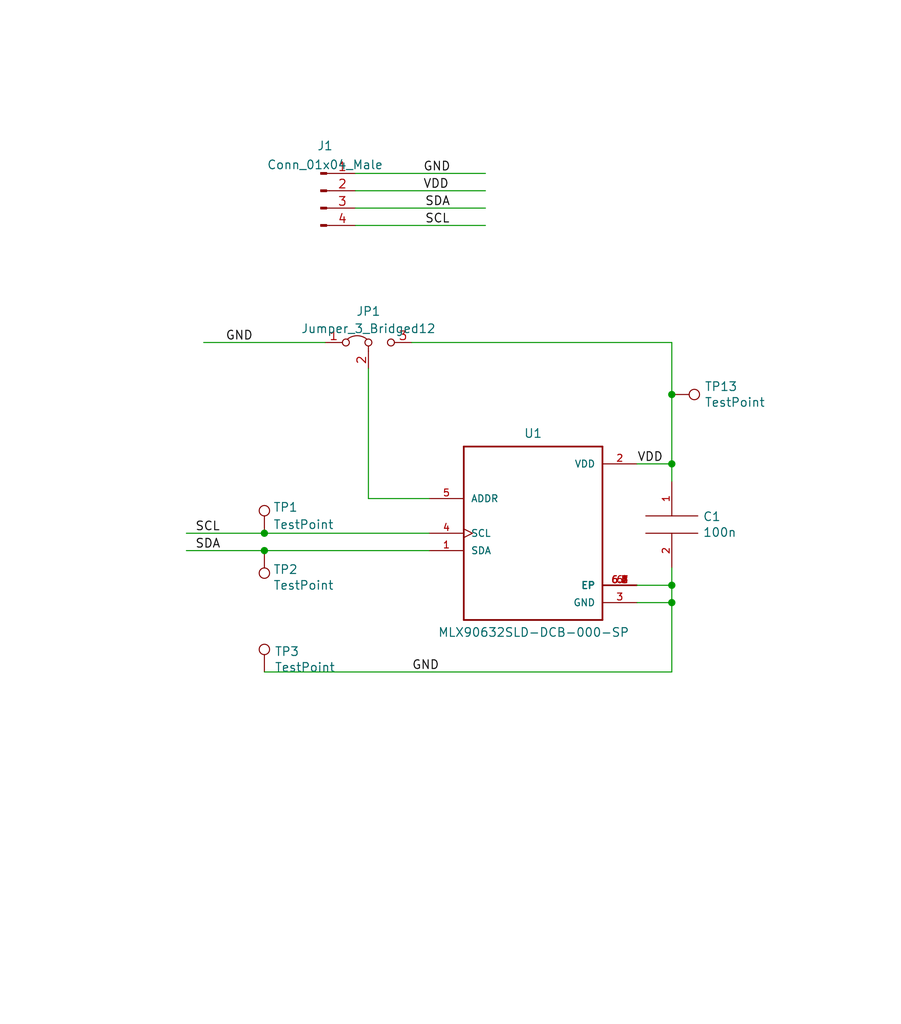
<source format=kicad_sch>
(kicad_sch (version 20211123) (generator eeschema)

  (uuid f144a97d-c3f0-423f-b0a9-3f7dbc42478b)

  (paper "User" 132.004 150.012)

  (title_block
    (title "mlx90632-breakout")
    (date "2023-01-16")
    (rev "1.2")
    (company "Melexis Inc")
  )

  (lib_symbols
    (symbol "Connector:Conn_01x04_Male" (pin_names (offset 1.016) hide) (in_bom yes) (on_board yes)
      (property "Reference" "J" (id 0) (at 0 5.08 0)
        (effects (font (size 1.27 1.27)))
      )
      (property "Value" "Conn_01x04_Male" (id 1) (at 0 -7.62 0)
        (effects (font (size 1.27 1.27)))
      )
      (property "Footprint" "" (id 2) (at 0 0 0)
        (effects (font (size 1.27 1.27)) hide)
      )
      (property "Datasheet" "~" (id 3) (at 0 0 0)
        (effects (font (size 1.27 1.27)) hide)
      )
      (property "ki_keywords" "connector" (id 4) (at 0 0 0)
        (effects (font (size 1.27 1.27)) hide)
      )
      (property "ki_description" "Generic connector, single row, 01x04, script generated (kicad-library-utils/schlib/autogen/connector/)" (id 5) (at 0 0 0)
        (effects (font (size 1.27 1.27)) hide)
      )
      (property "ki_fp_filters" "Connector*:*_1x??_*" (id 6) (at 0 0 0)
        (effects (font (size 1.27 1.27)) hide)
      )
      (symbol "Conn_01x04_Male_1_1"
        (polyline
          (pts
            (xy 1.27 -5.08)
            (xy 0.8636 -5.08)
          )
          (stroke (width 0.1524) (type default) (color 0 0 0 0))
          (fill (type none))
        )
        (polyline
          (pts
            (xy 1.27 -2.54)
            (xy 0.8636 -2.54)
          )
          (stroke (width 0.1524) (type default) (color 0 0 0 0))
          (fill (type none))
        )
        (polyline
          (pts
            (xy 1.27 0)
            (xy 0.8636 0)
          )
          (stroke (width 0.1524) (type default) (color 0 0 0 0))
          (fill (type none))
        )
        (polyline
          (pts
            (xy 1.27 2.54)
            (xy 0.8636 2.54)
          )
          (stroke (width 0.1524) (type default) (color 0 0 0 0))
          (fill (type none))
        )
        (rectangle (start 0.8636 -4.953) (end 0 -5.207)
          (stroke (width 0.1524) (type default) (color 0 0 0 0))
          (fill (type outline))
        )
        (rectangle (start 0.8636 -2.413) (end 0 -2.667)
          (stroke (width 0.1524) (type default) (color 0 0 0 0))
          (fill (type outline))
        )
        (rectangle (start 0.8636 0.127) (end 0 -0.127)
          (stroke (width 0.1524) (type default) (color 0 0 0 0))
          (fill (type outline))
        )
        (rectangle (start 0.8636 2.667) (end 0 2.413)
          (stroke (width 0.1524) (type default) (color 0 0 0 0))
          (fill (type outline))
        )
        (pin passive line (at 5.08 2.54 180) (length 3.81)
          (name "Pin_1" (effects (font (size 1.27 1.27))))
          (number "1" (effects (font (size 1.27 1.27))))
        )
        (pin passive line (at 5.08 0 180) (length 3.81)
          (name "Pin_2" (effects (font (size 1.27 1.27))))
          (number "2" (effects (font (size 1.27 1.27))))
        )
        (pin passive line (at 5.08 -2.54 180) (length 3.81)
          (name "Pin_3" (effects (font (size 1.27 1.27))))
          (number "3" (effects (font (size 1.27 1.27))))
        )
        (pin passive line (at 5.08 -5.08 180) (length 3.81)
          (name "Pin_4" (effects (font (size 1.27 1.27))))
          (number "4" (effects (font (size 1.27 1.27))))
        )
      )
    )
    (symbol "Connector:TestPoint" (pin_numbers hide) (pin_names (offset 0.762) hide) (in_bom yes) (on_board yes)
      (property "Reference" "TP" (id 0) (at 0 6.858 0)
        (effects (font (size 1.27 1.27)))
      )
      (property "Value" "TestPoint" (id 1) (at 0 5.08 0)
        (effects (font (size 1.27 1.27)))
      )
      (property "Footprint" "" (id 2) (at 5.08 0 0)
        (effects (font (size 1.27 1.27)) hide)
      )
      (property "Datasheet" "~" (id 3) (at 5.08 0 0)
        (effects (font (size 1.27 1.27)) hide)
      )
      (property "ki_keywords" "test point tp" (id 4) (at 0 0 0)
        (effects (font (size 1.27 1.27)) hide)
      )
      (property "ki_description" "test point" (id 5) (at 0 0 0)
        (effects (font (size 1.27 1.27)) hide)
      )
      (property "ki_fp_filters" "Pin* Test*" (id 6) (at 0 0 0)
        (effects (font (size 1.27 1.27)) hide)
      )
      (symbol "TestPoint_0_1"
        (circle (center 0 3.302) (radius 0.762)
          (stroke (width 0) (type default) (color 0 0 0 0))
          (fill (type none))
        )
      )
      (symbol "TestPoint_1_1"
        (pin passive line (at 0 0 90) (length 2.54)
          (name "1" (effects (font (size 1.27 1.27))))
          (number "1" (effects (font (size 1.27 1.27))))
        )
      )
    )
    (symbol "Jumper:Jumper_3_Bridged12" (pin_names (offset 0) hide) (in_bom yes) (on_board yes)
      (property "Reference" "JP" (id 0) (at -2.54 -2.54 0)
        (effects (font (size 1.27 1.27)))
      )
      (property "Value" "Jumper_3_Bridged12" (id 1) (at 0 2.794 0)
        (effects (font (size 1.27 1.27)))
      )
      (property "Footprint" "" (id 2) (at 0 0 0)
        (effects (font (size 1.27 1.27)) hide)
      )
      (property "Datasheet" "~" (id 3) (at 0 0 0)
        (effects (font (size 1.27 1.27)) hide)
      )
      (property "ki_keywords" "Jumper SPDT" (id 4) (at 0 0 0)
        (effects (font (size 1.27 1.27)) hide)
      )
      (property "ki_description" "Jumper, 3-pole, pins 1+2 closed/bridged" (id 5) (at 0 0 0)
        (effects (font (size 1.27 1.27)) hide)
      )
      (property "ki_fp_filters" "Jumper* TestPoint*3Pads* TestPoint*Bridge*" (id 6) (at 0 0 0)
        (effects (font (size 1.27 1.27)) hide)
      )
      (symbol "Jumper_3_Bridged12_0_0"
        (circle (center -3.302 0) (radius 0.508)
          (stroke (width 0) (type default) (color 0 0 0 0))
          (fill (type none))
        )
        (circle (center 0 0) (radius 0.508)
          (stroke (width 0) (type default) (color 0 0 0 0))
          (fill (type none))
        )
        (circle (center 3.302 0) (radius 0.508)
          (stroke (width 0) (type default) (color 0 0 0 0))
          (fill (type none))
        )
      )
      (symbol "Jumper_3_Bridged12_0_1"
        (arc (start -0.254 0.508) (mid -1.651 0.9912) (end -3.048 0.508)
          (stroke (width 0) (type default) (color 0 0 0 0))
          (fill (type none))
        )
        (polyline
          (pts
            (xy 0 -1.27)
            (xy 0 -0.508)
          )
          (stroke (width 0) (type default) (color 0 0 0 0))
          (fill (type none))
        )
      )
      (symbol "Jumper_3_Bridged12_1_1"
        (pin passive line (at -6.35 0 0) (length 2.54)
          (name "A" (effects (font (size 1.27 1.27))))
          (number "1" (effects (font (size 1.27 1.27))))
        )
        (pin passive line (at 0 -3.81 90) (length 2.54)
          (name "C" (effects (font (size 1.27 1.27))))
          (number "2" (effects (font (size 1.27 1.27))))
        )
        (pin passive line (at 6.35 0 180) (length 2.54)
          (name "B" (effects (font (size 1.27 1.27))))
          (number "3" (effects (font (size 1.27 1.27))))
        )
      )
    )
    (symbol "melexis-temperature:MLX90632" (pin_names (offset 1.016)) (in_bom yes) (on_board yes)
      (property "Reference" "U1" (id 0) (at 0 14.6304 0)
        (effects (font (size 1.27 1.27)))
      )
      (property "Value" "MLX90632SLD-DCB-000-SP" (id 1) (at -13.97 -15.24 0)
        (effects (font (size 1.27 1.27)) (justify left bottom))
      )
      (property "Footprint" "melexis-temperature:mlx90632-no-via-large" (id 2) (at -10.16 -20.32 0)
        (effects (font (size 1.27 1.27)) (justify left bottom) hide)
      )
      (property "Datasheet" "https://melexis.com/mlx90632" (id 3) (at -8.89 -17.78 0)
        (effects (font (size 1.27 1.27)) (justify left bottom) hide)
      )
      (property "Field4" "3" (id 4) (at 0 0 0)
        (effects (font (size 1.27 1.27)) (justify left bottom) hide)
      )
      (property "Field5" "MELEXIS" (id 5) (at 0 0 0)
        (effects (font (size 1.27 1.27)) (justify left bottom) hide)
      )
      (symbol "MLX90632_0_0"
        (polyline
          (pts
            (xy -10.16 -12.7)
            (xy 10.16 -12.7)
          )
          (stroke (width 0.254) (type default) (color 0 0 0 0))
          (fill (type none))
        )
        (polyline
          (pts
            (xy -10.16 12.7)
            (xy -10.16 -12.7)
          )
          (stroke (width 0.254) (type default) (color 0 0 0 0))
          (fill (type none))
        )
        (polyline
          (pts
            (xy 10.16 -12.7)
            (xy 10.16 12.7)
          )
          (stroke (width 0.254) (type default) (color 0 0 0 0))
          (fill (type none))
        )
        (polyline
          (pts
            (xy 10.16 12.7)
            (xy -10.16 12.7)
          )
          (stroke (width 0.254) (type default) (color 0 0 0 0))
          (fill (type none))
        )
        (pin bidirectional line (at -15.24 -2.54 0) (length 5.08)
          (name "SDA" (effects (font (size 1.016 1.016))))
          (number "1" (effects (font (size 1.016 1.016))))
        )
        (pin power_in line (at 15.24 10.16 180) (length 5.08)
          (name "VDD" (effects (font (size 1.016 1.016))))
          (number "2" (effects (font (size 1.016 1.016))))
        )
        (pin power_in line (at 15.24 -10.16 180) (length 5.08)
          (name "GND" (effects (font (size 1.016 1.016))))
          (number "3" (effects (font (size 1.016 1.016))))
        )
        (pin input clock (at -15.24 0 0) (length 5.08)
          (name "SCL" (effects (font (size 1.016 1.016))))
          (number "4" (effects (font (size 1.016 1.016))))
        )
        (pin input line (at -15.24 5.08 0) (length 5.08)
          (name "ADDR" (effects (font (size 1.016 1.016))))
          (number "5" (effects (font (size 1.016 1.016))))
        )
        (pin power_in line (at 15.24 -7.62 180) (length 5.08)
          (name "EP" (effects (font (size 1.016 1.016))))
          (number "6" (effects (font (size 1.016 1.016))))
        )
        (pin power_in line (at 15.24 -7.62 180) (length 5.08)
          (name "EP" (effects (font (size 1.016 1.016))))
          (number "6.1" (effects (font (size 1.016 1.016))))
        )
        (pin power_in line (at 15.24 -7.62 180) (length 5.08)
          (name "EP" (effects (font (size 1.016 1.016))))
          (number "6.2" (effects (font (size 1.016 1.016))))
        )
        (pin power_in line (at 15.24 -7.62 180) (length 5.08)
          (name "EP" (effects (font (size 1.016 1.016))))
          (number "6.3" (effects (font (size 1.016 1.016))))
        )
        (pin power_in line (at 15.24 -7.62 180) (length 5.08)
          (name "EP" (effects (font (size 1.016 1.016))))
          (number "6.4" (effects (font (size 1.016 1.016))))
        )
        (pin power_in line (at 15.24 -7.62 180) (length 5.08)
          (name "EP" (effects (font (size 1.016 1.016))))
          (number "6.5" (effects (font (size 1.016 1.016))))
        )
        (pin power_in line (at 15.24 -7.62 180) (length 5.08)
          (name "EP" (effects (font (size 1.016 1.016))))
          (number "6.6" (effects (font (size 1.016 1.016))))
        )
        (pin power_in line (at 15.24 -7.62 180) (length 5.08)
          (name "EP" (effects (font (size 1.016 1.016))))
          (number "6.7" (effects (font (size 1.016 1.016))))
        )
        (pin power_in line (at 15.24 -7.62 180) (length 5.08)
          (name "EP" (effects (font (size 1.016 1.016))))
          (number "6.8" (effects (font (size 1.016 1.016))))
        )
      )
    )
    (symbol "pspice:CAP" (pin_names (offset 0.254)) (in_bom yes) (on_board yes)
      (property "Reference" "C" (id 0) (at 2.54 3.81 90)
        (effects (font (size 1.27 1.27)))
      )
      (property "Value" "CAP" (id 1) (at 2.54 -3.81 90)
        (effects (font (size 1.27 1.27)))
      )
      (property "Footprint" "" (id 2) (at 0 0 0)
        (effects (font (size 1.27 1.27)) hide)
      )
      (property "Datasheet" "~" (id 3) (at 0 0 0)
        (effects (font (size 1.27 1.27)) hide)
      )
      (property "ki_keywords" "simulation" (id 4) (at 0 0 0)
        (effects (font (size 1.27 1.27)) hide)
      )
      (property "ki_description" "Capacitor symbol for simulation only" (id 5) (at 0 0 0)
        (effects (font (size 1.27 1.27)) hide)
      )
      (symbol "CAP_0_1"
        (polyline
          (pts
            (xy -3.81 -1.27)
            (xy 3.81 -1.27)
          )
          (stroke (width 0) (type default) (color 0 0 0 0))
          (fill (type none))
        )
        (polyline
          (pts
            (xy -3.81 1.27)
            (xy 3.81 1.27)
          )
          (stroke (width 0) (type default) (color 0 0 0 0))
          (fill (type none))
        )
      )
      (symbol "CAP_1_1"
        (pin passive line (at 0 6.35 270) (length 5.08)
          (name "~" (effects (font (size 1.016 1.016))))
          (number "1" (effects (font (size 1.016 1.016))))
        )
        (pin passive line (at 0 -6.35 90) (length 5.08)
          (name "~" (effects (font (size 1.016 1.016))))
          (number "2" (effects (font (size 1.016 1.016))))
        )
      )
    )
  )

  (junction (at 38.735 78.105) (diameter 0) (color 0 0 0 0)
    (uuid 0f41a909-27c4-4be2-9d5e-9ae2108c8ff5)
  )
  (junction (at 98.425 57.785) (diameter 0) (color 0 0 0 0)
    (uuid 1656ccef-fd41-4e5c-b3dc-968b4cbf0a88)
  )
  (junction (at 38.735 80.645) (diameter 0) (color 0 0 0 0)
    (uuid 29d472a1-c0d6-42c9-b2e5-a264b93a7ff1)
  )
  (junction (at 98.425 67.945) (diameter 0) (color 0 0 0 0)
    (uuid 67621f9e-0a6a-4778-ad69-04dcf300659c)
  )
  (junction (at 98.425 88.265) (diameter 0) (color 0 0 0 0)
    (uuid 7e08f2a4-63d6-468b-bd8b-ec607077e023)
  )
  (junction (at 98.425 85.725) (diameter 0) (color 0 0 0 0)
    (uuid 9702d639-3b1f-4825-8985-b32b9008503d)
  )

  (wire (pts (xy 52.07 30.48) (xy 71.12 30.48))
    (stroke (width 0) (type default) (color 0 0 0 0))
    (uuid 10c05ac4-7806-406a-b56c-a9cd10cdf5a0)
  )
  (wire (pts (xy 93.345 67.945) (xy 98.425 67.945))
    (stroke (width 0) (type default) (color 0 0 0 0))
    (uuid 128e34ce-eee7-477d-b905-a493e98db783)
  )
  (wire (pts (xy 38.735 78.105) (xy 27.305 78.105))
    (stroke (width 0) (type default) (color 0 0 0 0))
    (uuid 1b54105e-6590-4d26-a763-ecfcf81eedc4)
  )
  (wire (pts (xy 52.07 33.02) (xy 71.12 33.02))
    (stroke (width 0) (type default) (color 0 0 0 0))
    (uuid 1c286467-bb2c-4ce3-8bc2-ed6165c8edb6)
  )
  (wire (pts (xy 38.735 80.645) (xy 62.865 80.645))
    (stroke (width 0) (type default) (color 0 0 0 0))
    (uuid 2f3deced-880d-4075-a81b-95c62da5b94d)
  )
  (wire (pts (xy 62.865 73.025) (xy 53.975 73.025))
    (stroke (width 0) (type default) (color 0 0 0 0))
    (uuid 35303d47-09b6-4171-8eeb-feecc32b484c)
  )
  (wire (pts (xy 98.425 98.425) (xy 98.425 88.265))
    (stroke (width 0) (type default) (color 0 0 0 0))
    (uuid 4d609e7c-74c9-4ae9-a26d-946ff00c167d)
  )
  (wire (pts (xy 38.735 80.645) (xy 27.305 80.645))
    (stroke (width 0) (type default) (color 0 0 0 0))
    (uuid 632acde9-b7fd-4f04-8cb4-d2cbb06b3595)
  )
  (wire (pts (xy 53.975 53.975) (xy 53.975 73.025))
    (stroke (width 0) (type default) (color 0 0 0 0))
    (uuid 691fa22f-cf75-426d-b2b9-41370e76564c)
  )
  (wire (pts (xy 52.07 25.4) (xy 71.12 25.4))
    (stroke (width 0) (type default) (color 0 0 0 0))
    (uuid 754ad783-2c9b-41e4-a253-2053dbb561e3)
  )
  (wire (pts (xy 98.425 88.265) (xy 93.345 88.265))
    (stroke (width 0) (type default) (color 0 0 0 0))
    (uuid 786b6072-5772-4bc1-8eeb-6c4e19f2a91b)
  )
  (wire (pts (xy 29.845 50.165) (xy 47.625 50.165))
    (stroke (width 0) (type default) (color 0 0 0 0))
    (uuid 7e960422-f37b-4399-8edd-ccc35c2f8b21)
  )
  (wire (pts (xy 98.425 57.785) (xy 98.425 50.165))
    (stroke (width 0) (type default) (color 0 0 0 0))
    (uuid 87e3b420-a780-470f-ad58-e8c315e60ae0)
  )
  (wire (pts (xy 60.325 50.165) (xy 98.425 50.165))
    (stroke (width 0) (type default) (color 0 0 0 0))
    (uuid 984e33b6-dbb3-4548-a972-a991504acee3)
  )
  (wire (pts (xy 93.345 85.725) (xy 98.425 85.725))
    (stroke (width 0) (type default) (color 0 0 0 0))
    (uuid 9a9f2d82-f64d-4264-8bec-c182528fc4de)
  )
  (wire (pts (xy 98.425 67.945) (xy 98.425 70.485))
    (stroke (width 0) (type default) (color 0 0 0 0))
    (uuid a06e8e78-f567-42e6-b645-013b1073ca31)
  )
  (wire (pts (xy 38.735 78.105) (xy 62.865 78.105))
    (stroke (width 0) (type default) (color 0 0 0 0))
    (uuid a501555e-bbc7-4b58-ad89-28a0cd3dd6d0)
  )
  (wire (pts (xy 98.425 85.725) (xy 98.425 88.265))
    (stroke (width 0) (type default) (color 0 0 0 0))
    (uuid b60c50d1-225e-415c-8712-7acb5e3dc8ea)
  )
  (wire (pts (xy 38.735 98.425) (xy 98.425 98.425))
    (stroke (width 0) (type default) (color 0 0 0 0))
    (uuid dabe541b-b164-4180-97a4-5ca761b86800)
  )
  (wire (pts (xy 98.425 83.185) (xy 98.425 85.725))
    (stroke (width 0) (type default) (color 0 0 0 0))
    (uuid ec9e24d8-d1c5-40e2-9812-dc315d05f470)
  )
  (wire (pts (xy 98.425 57.785) (xy 98.425 67.945))
    (stroke (width 0) (type default) (color 0 0 0 0))
    (uuid f23ed6ec-eed7-4b47-978d-dcc74d03ddb2)
  )
  (wire (pts (xy 52.07 27.94) (xy 71.12 27.94))
    (stroke (width 0) (type default) (color 0 0 0 0))
    (uuid f4e914be-c810-41d7-a94e-a4db1db21bb0)
  )

  (label "GND" (at 61.976 25.4 0)
    (effects (font (size 1.27 1.27)) (justify left bottom))
    (uuid 0ebee32d-3662-4f4d-a704-8bbfb1bcc675)
  )
  (label "SDA" (at 62.23 30.48 0)
    (effects (font (size 1.27 1.27)) (justify left bottom))
    (uuid 18f35ab7-05b1-4916-bca1-7e693b111a06)
  )
  (label "SDA" (at 28.575 80.645 0)
    (effects (font (size 1.27 1.27)) (justify left bottom))
    (uuid 4412226e-d975-40a2-921f-502ff4129a95)
  )
  (label "SCL" (at 28.575 78.105 0)
    (effects (font (size 1.27 1.27)) (justify left bottom))
    (uuid 4e66a44f-7fa6-4e16-bf9b-62ec864301a5)
  )
  (label "SCL" (at 62.23 33.02 0)
    (effects (font (size 1.27 1.27)) (justify left bottom))
    (uuid 4fd1e628-09a1-4bc9-9f6a-e70c0e86b0dc)
  )
  (label "VDD" (at 93.345 67.945 0)
    (effects (font (size 1.27 1.27)) (justify left bottom))
    (uuid 68e09be7-3bbc-4443-a838-209ce20b2bef)
  )
  (label "GND" (at 60.325 98.425 0)
    (effects (font (size 1.27 1.27)) (justify left bottom))
    (uuid 6b25f522-8e2d-4cd8-9d5d-a2b80f60133b)
  )
  (label "VDD" (at 61.976 27.94 0)
    (effects (font (size 1.27 1.27)) (justify left bottom))
    (uuid a02eb634-3dd2-4ba0-92b2-fced6e18deee)
  )
  (label "GND" (at 33.02 50.165 0)
    (effects (font (size 1.27 1.27)) (justify left bottom))
    (uuid ac283e5d-eca8-4a44-8134-a050e91970a5)
  )

  (symbol (lib_id "melexis-temperature:MLX90632") (at 78.105 78.105 0) (unit 1)
    (in_bom yes) (on_board yes)
    (uuid 00000000-0000-0000-0000-00005ee38145)
    (property "Reference" "U1" (id 0) (at 78.105 63.4746 0))
    (property "Value" "MLX90632SLD-DCB-000-SP" (id 1) (at 64.135 93.345 0)
      (effects (font (size 1.27 1.27)) (justify left bottom))
    )
    (property "Footprint" "melexis-temperature:mlx90632-no-via-large" (id 2) (at 67.945 98.425 0)
      (effects (font (size 1.27 1.27)) (justify left bottom) hide)
    )
    (property "Datasheet" "https://melexis.com/mlx90632" (id 3) (at 69.215 95.885 0)
      (effects (font (size 1.27 1.27)) (justify left bottom) hide)
    )
    (property "Field4" "3" (id 4) (at 78.105 78.105 0)
      (effects (font (size 1.27 1.27)) (justify left bottom) hide)
    )
    (property "Field5" "MELEXIS" (id 5) (at 78.105 78.105 0)
      (effects (font (size 1.27 1.27)) (justify left bottom) hide)
    )
    (pin "1" (uuid c1d83899-e380-49f9-a87d-8e78bc089ebf))
    (pin "2" (uuid e9bb29b2-2bb9-4ea2-acd9-2bb3ca677a12))
    (pin "3" (uuid 62c076a3-d618-44a2-9042-9a08b3576787))
    (pin "4" (uuid da469d11-a8a4-414b-9449-d151eeaf4853))
    (pin "5" (uuid afb8e687-4a13-41a1-b8c0-89a749e897fe))
    (pin "6" (uuid 5cbb5968-dbb5-4b84-864a-ead1cacf75b9))
    (pin "6.1" (uuid 3f5fe6b7-98fc-4d3e-9567-f9f7202d1455))
    (pin "6.2" (uuid bb7f0588-d4d8-44bf-9ebf-3c533fe4d6ae))
    (pin "6.3" (uuid f1830a1b-f0cc-47ae-a2c9-679c82032f14))
    (pin "6.4" (uuid 6a955fc7-39d9-4c75-9a69-676ca8c0b9b2))
    (pin "6.5" (uuid e8314017-7be6-4011-9179-37449a29b311))
    (pin "6.6" (uuid e10b5627-3247-4c86-b9f6-ef474ca11543))
    (pin "6.7" (uuid 746ba970-8279-4e7b-aed3-f28687777c21))
    (pin "6.8" (uuid 71c31975-2c45-4d18-a25a-18e07a55d11e))
  )

  (symbol (lib_id "pspice:CAP") (at 98.425 76.835 0) (unit 1)
    (in_bom yes) (on_board yes)
    (uuid 00000000-0000-0000-0000-00005ee38154)
    (property "Reference" "C1" (id 0) (at 102.9462 75.6666 0)
      (effects (font (size 1.27 1.27)) (justify left))
    )
    (property "Value" "100n" (id 1) (at 102.9462 77.978 0)
      (effects (font (size 1.27 1.27)) (justify left))
    )
    (property "Footprint" "Capacitor_SMD:C_0402_1005Metric" (id 2) (at 98.425 76.835 0)
      (effects (font (size 1.27 1.27)) hide)
    )
    (property "Datasheet" "~" (id 3) (at 98.425 76.835 0)
      (effects (font (size 1.27 1.27)) hide)
    )
    (pin "1" (uuid ef8fe2ac-6a7f-4682-9418-b801a1b10a3b))
    (pin "2" (uuid 44d8279a-9cd1-4db6-856f-0363131605fc))
  )

  (symbol (lib_id "Connector:TestPoint") (at 38.735 80.645 180) (unit 1)
    (in_bom yes) (on_board yes)
    (uuid 00000000-0000-0000-0000-00005ee38160)
    (property "Reference" "TP2" (id 0) (at 40.005 83.4136 0)
      (effects (font (size 1.27 1.27)) (justify right))
    )
    (property "Value" "TestPoint" (id 1) (at 40.005 85.725 0)
      (effects (font (size 1.27 1.27)) (justify right))
    )
    (property "Footprint" "TestPoint:TestPoint_Pad_1.0x1.0mm" (id 2) (at 33.655 80.645 0)
      (effects (font (size 1.27 1.27)) hide)
    )
    (property "Datasheet" "~" (id 3) (at 33.655 80.645 0)
      (effects (font (size 1.27 1.27)) hide)
    )
    (pin "1" (uuid 87371631-aa02-498a-998a-09bdb74784c1))
  )

  (symbol (lib_id "Connector:TestPoint") (at 38.735 78.105 0) (unit 1)
    (in_bom yes) (on_board yes)
    (uuid 00000000-0000-0000-0000-00005ee38167)
    (property "Reference" "TP1" (id 0) (at 40.005 74.295 0)
      (effects (font (size 1.27 1.27)) (justify left))
    )
    (property "Value" "TestPoint" (id 1) (at 40.005 76.835 0)
      (effects (font (size 1.27 1.27)) (justify left))
    )
    (property "Footprint" "TestPoint:TestPoint_Pad_1.0x1.0mm" (id 2) (at 43.815 78.105 0)
      (effects (font (size 1.27 1.27)) hide)
    )
    (property "Datasheet" "~" (id 3) (at 43.815 78.105 0)
      (effects (font (size 1.27 1.27)) hide)
    )
    (pin "1" (uuid a3e4f0ae-9f86-49e9-b386-ed8b42e012fb))
  )

  (symbol (lib_id "Connector:TestPoint") (at 38.735 98.425 0) (unit 1)
    (in_bom yes) (on_board yes)
    (uuid 00000000-0000-0000-0000-00005ee3816e)
    (property "Reference" "TP3" (id 0) (at 40.2082 95.4278 0)
      (effects (font (size 1.27 1.27)) (justify left))
    )
    (property "Value" "TestPoint" (id 1) (at 40.2082 97.7392 0)
      (effects (font (size 1.27 1.27)) (justify left))
    )
    (property "Footprint" "TestPoint:TestPoint_Pad_1.0x1.0mm" (id 2) (at 43.815 98.425 0)
      (effects (font (size 1.27 1.27)) hide)
    )
    (property "Datasheet" "~" (id 3) (at 43.815 98.425 0)
      (effects (font (size 1.27 1.27)) hide)
    )
    (pin "1" (uuid 6c9b793c-e74d-4754-a2c0-901e73b26f1c))
  )

  (symbol (lib_id "Connector:TestPoint") (at 98.425 57.785 270) (unit 1)
    (in_bom yes) (on_board yes)
    (uuid 00000000-0000-0000-0000-00005ee381bd)
    (property "Reference" "TP13" (id 0) (at 103.2002 56.6166 90)
      (effects (font (size 1.27 1.27)) (justify left))
    )
    (property "Value" "TestPoint" (id 1) (at 103.2002 58.928 90)
      (effects (font (size 1.27 1.27)) (justify left))
    )
    (property "Footprint" "TestPoint:TestPoint_Pad_1.0x1.0mm" (id 2) (at 98.425 62.865 0)
      (effects (font (size 1.27 1.27)) hide)
    )
    (property "Datasheet" "~" (id 3) (at 98.425 62.865 0)
      (effects (font (size 1.27 1.27)) hide)
    )
    (pin "1" (uuid 48ab88d7-7084-4d02-b109-3ad55a30bb11))
  )

  (symbol (lib_id "Connector:Conn_01x04_Male") (at 46.99 27.94 0) (unit 1)
    (in_bom yes) (on_board yes) (fields_autoplaced)
    (uuid 020fb5f8-7154-449f-9427-c21c224740aa)
    (property "Reference" "J1" (id 0) (at 47.625 21.3573 0))
    (property "Value" "Conn_01x04_Male" (id 1) (at 47.625 24.1324 0))
    (property "Footprint" "melexis-temperature:QWIIC_STEMMA_QT" (id 2) (at 46.99 27.94 0)
      (effects (font (size 1.27 1.27)) hide)
    )
    (property "Datasheet" "~" (id 3) (at 46.99 27.94 0)
      (effects (font (size 1.27 1.27)) hide)
    )
    (pin "1" (uuid dfba55d2-f8dc-436a-b94f-b36d464fd23a))
    (pin "2" (uuid c631e5fc-7d8b-4e95-a9d7-2a35f6494f59))
    (pin "3" (uuid 0fab4f44-50b7-47e8-8e41-d5c3aef59701))
    (pin "4" (uuid 996f47d1-fc15-47e8-9c90-0ae6699ccbc6))
  )

  (symbol (lib_id "Jumper:Jumper_3_Bridged12") (at 53.975 50.165 0) (unit 1)
    (in_bom yes) (on_board yes) (fields_autoplaced)
    (uuid f28277f2-4c01-4da7-82a9-ada7e3eb6097)
    (property "Reference" "JP1" (id 0) (at 53.975 45.601 0))
    (property "Value" "Jumper_3_Bridged12" (id 1) (at 53.975 48.1379 0))
    (property "Footprint" "Jumper:SolderJumper-3_P1.3mm_Bridged12_RoundedPad1.0x1.5mm" (id 2) (at 53.975 50.165 0)
      (effects (font (size 1.27 1.27)) hide)
    )
    (property "Datasheet" "~" (id 3) (at 53.975 50.165 0)
      (effects (font (size 1.27 1.27)) hide)
    )
    (pin "1" (uuid 85f16287-4cb0-4105-8d63-2fdb461203c8))
    (pin "2" (uuid 11de20cf-24a2-4dee-acf8-0bb00611d13d))
    (pin "3" (uuid 95c12141-70f8-4abc-8ee2-d2afcd222a19))
  )

  (sheet_instances
    (path "/" (page "1"))
  )

  (symbol_instances
    (path "/00000000-0000-0000-0000-00005ee38154"
      (reference "C1") (unit 1) (value "100n") (footprint "Capacitor_SMD:C_0402_1005Metric")
    )
    (path "/020fb5f8-7154-449f-9427-c21c224740aa"
      (reference "J1") (unit 1) (value "Conn_01x04_Male") (footprint "melexis-temperature:QWIIC_STEMMA_QT")
    )
    (path "/f28277f2-4c01-4da7-82a9-ada7e3eb6097"
      (reference "JP1") (unit 1) (value "Jumper_3_Bridged12") (footprint "Jumper:SolderJumper-3_P1.3mm_Bridged12_RoundedPad1.0x1.5mm")
    )
    (path "/00000000-0000-0000-0000-00005ee38167"
      (reference "TP1") (unit 1) (value "TestPoint") (footprint "TestPoint:TestPoint_Pad_1.0x1.0mm")
    )
    (path "/00000000-0000-0000-0000-00005ee38160"
      (reference "TP2") (unit 1) (value "TestPoint") (footprint "TestPoint:TestPoint_Pad_1.0x1.0mm")
    )
    (path "/00000000-0000-0000-0000-00005ee3816e"
      (reference "TP3") (unit 1) (value "TestPoint") (footprint "TestPoint:TestPoint_Pad_1.0x1.0mm")
    )
    (path "/00000000-0000-0000-0000-00005ee381bd"
      (reference "TP13") (unit 1) (value "TestPoint") (footprint "TestPoint:TestPoint_Pad_1.0x1.0mm")
    )
    (path "/00000000-0000-0000-0000-00005ee38145"
      (reference "U1") (unit 1) (value "MLX90632SLD-DCB-000-SP") (footprint "melexis-temperature:mlx90632-no-via-large")
    )
  )
)

</source>
